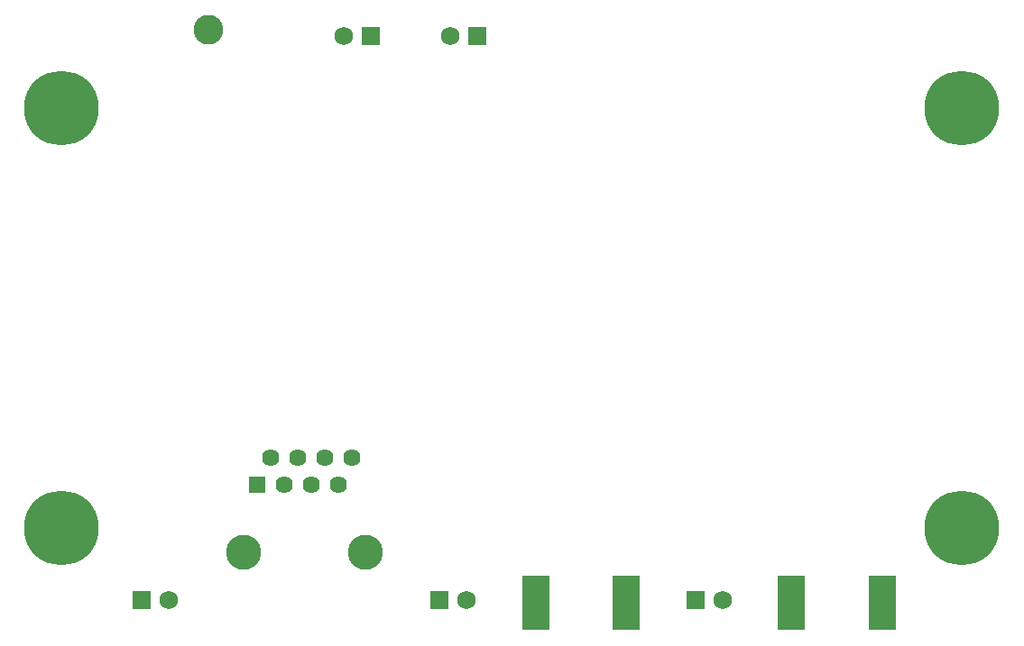
<source format=gbs>
G04 (created by PCBNEW (2013-mar-25)-stable) date Friday, August 07, 2015 09:57:37 AM*
%MOIN*%
G04 Gerber Fmt 3.4, Leading zero omitted, Abs format*
%FSLAX34Y34*%
G01*
G70*
G90*
G04 APERTURE LIST*
%ADD10C,0.006*%
%ADD11C,0.129921*%
%ADD12R,0.063937X0.063937*%
%ADD13C,0.063937*%
%ADD14R,0.0688976X0.0688976*%
%ADD15C,0.0688976*%
%ADD16C,0.110236*%
%ADD17R,0.0990157X0.203937*%
%ADD18C,0.275591*%
G04 APERTURE END LIST*
G54D10*
G54D11*
X58549Y-71653D03*
X54049Y-71653D03*
G54D12*
X54549Y-69153D03*
G54D13*
X55049Y-68153D03*
X55549Y-69153D03*
X56049Y-68153D03*
X56549Y-69153D03*
X57049Y-68153D03*
X57549Y-69153D03*
X58049Y-68153D03*
G54D14*
X62704Y-52559D03*
G54D15*
X61704Y-52559D03*
G54D14*
X70759Y-73425D03*
G54D15*
X71759Y-73425D03*
G54D14*
X61311Y-73425D03*
G54D15*
X62311Y-73425D03*
G54D14*
X50287Y-73425D03*
G54D15*
X51287Y-73425D03*
G54D14*
X58767Y-52559D03*
G54D15*
X57767Y-52559D03*
G54D16*
X52755Y-52338D03*
G54D17*
X77659Y-73539D03*
X74309Y-73539D03*
X68210Y-73539D03*
X64860Y-73539D03*
G54D18*
X47342Y-70767D03*
X80610Y-70767D03*
X47342Y-55216D03*
X80610Y-55216D03*
M02*

</source>
